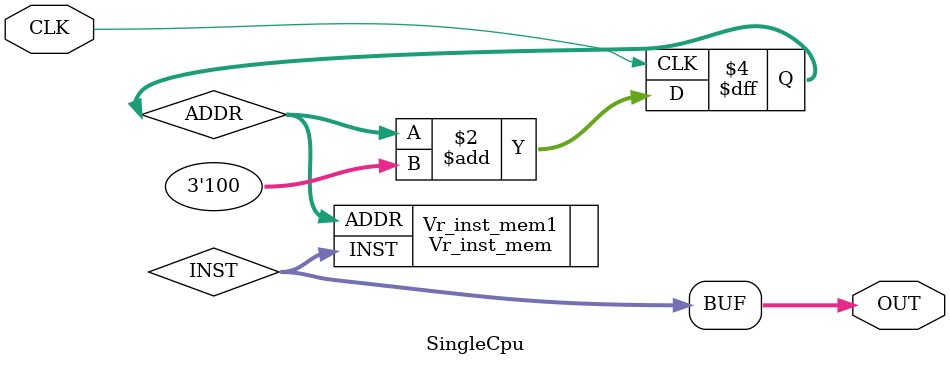
<source format=v>
module SingleCpu(CLK, OUT);
    input CLK;
    reg [31:0] ADDR;
    wire [31:0] INST;
    output reg [31:0] OUT;

    Vr_inst_mem Vr_inst_mem1(.ADDR(ADDR), .INST(INST));


    always @(posedge CLK) begin
        ADDR = ADDR + 3'b0100;
        $display("%b", ADDR);
    end

    always @(INST) begin 
        OUT = INST;
    end




endmodule
</source>
